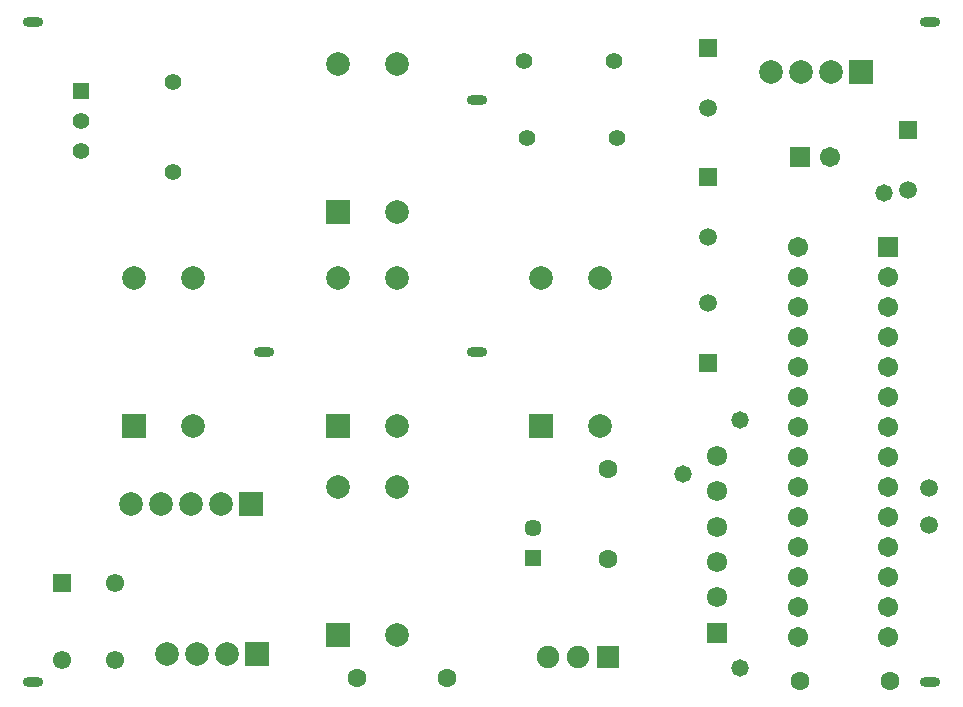
<source format=gbr>
%TF.GenerationSoftware,Altium Limited,Altium Designer,20.2.7 (254)*%
G04 Layer_Color=16711935*
%FSLAX26Y26*%
%MOIN*%
%TF.SameCoordinates,9B8E3E2B-FE8D-437B-BC4F-748A5F5A7EBC*%
%TF.FilePolarity,Negative*%
%TF.FileFunction,Soldermask,Bot*%
%TF.Part,Single*%
G01*
G75*
%TA.AperFunction,ComponentPad*%
%ADD15R,0.078740X0.078740*%
%ADD16C,0.078740*%
%ADD18R,0.057087X0.057087*%
%ADD19C,0.057087*%
%ADD31C,0.061024*%
%ADD32R,0.061024X0.061024*%
%ADD39C,0.078866*%
%ADD40R,0.078866X0.078866*%
%ADD41C,0.055244*%
%ADD42C,0.067843*%
%ADD43C,0.058000*%
%ADD44R,0.067843X0.067843*%
%ADD45C,0.059181*%
%ADD46R,0.059181X0.059181*%
%TA.AperFunction,ViaPad*%
%ADD47O,0.069024X0.031622*%
%TA.AperFunction,ComponentPad*%
%ADD48R,0.067055X0.067055*%
%ADD49C,0.067055*%
%ADD50C,0.059181*%
%ADD51C,0.063118*%
%ADD52R,0.055244X0.055244*%
%ADD53R,0.074929X0.074929*%
%ADD54C,0.074929*%
%TA.AperFunction,ViaPad*%
%ADD55C,0.058000*%
D15*
X1081574Y238938D02*
D03*
X401576Y933938D02*
D03*
X1081576D02*
D03*
Y1648938D02*
D03*
X1756576Y933936D02*
D03*
D16*
X1081574Y731064D02*
D03*
X1278426Y238938D02*
D03*
Y731064D02*
D03*
X598426Y1426064D02*
D03*
Y933938D02*
D03*
X401576Y1426064D02*
D03*
X1278426D02*
D03*
Y933938D02*
D03*
X1081576Y1426064D02*
D03*
X1278426Y2141064D02*
D03*
Y1648938D02*
D03*
X1081576Y2141064D02*
D03*
X1953426Y1426062D02*
D03*
Y933936D02*
D03*
X1756576Y1426062D02*
D03*
D18*
X1730000Y495000D02*
D03*
D19*
Y595000D02*
D03*
D31*
X337166Y155000D02*
D03*
X160000D02*
D03*
X337166Y410906D02*
D03*
D32*
X160000D02*
D03*
D39*
X2525000Y2115000D02*
D03*
X2625000D02*
D03*
X2725000D02*
D03*
X390000Y675000D02*
D03*
X690000D02*
D03*
X590000D02*
D03*
X490000D02*
D03*
X510000Y175000D02*
D03*
X610000D02*
D03*
X710000D02*
D03*
D40*
X2825000Y2115000D02*
D03*
X790000Y675000D02*
D03*
X810000Y175000D02*
D03*
D41*
X2010000Y1895000D02*
D03*
X1710000D02*
D03*
X530000Y1780000D02*
D03*
Y2080000D02*
D03*
X2000000Y2150000D02*
D03*
X1700000D02*
D03*
X225000Y1850000D02*
D03*
Y1950000D02*
D03*
D42*
X2345000Y598780D02*
D03*
Y362560D02*
D03*
Y480670D02*
D03*
Y716890D02*
D03*
Y835000D02*
D03*
D43*
X2422166Y126340D02*
D03*
Y953112D02*
D03*
D44*
X2345000Y244450D02*
D03*
D45*
X2980000Y1720000D02*
D03*
X2315000Y1995000D02*
D03*
Y1565000D02*
D03*
Y1345000D02*
D03*
D46*
X2980000Y1920000D02*
D03*
X2315000Y2195000D02*
D03*
Y1765000D02*
D03*
Y1145000D02*
D03*
D47*
X65000Y2282204D02*
D03*
Y80000D02*
D03*
X835000Y1180000D02*
D03*
X1545000D02*
D03*
Y2020000D02*
D03*
X3052796Y2280000D02*
D03*
X3055000Y80000D02*
D03*
D48*
X2915000Y1530000D02*
D03*
X2620000Y1830000D02*
D03*
D49*
X2915000Y1430000D02*
D03*
Y1330000D02*
D03*
Y1230000D02*
D03*
Y1130000D02*
D03*
Y1030000D02*
D03*
Y930000D02*
D03*
Y830000D02*
D03*
Y730000D02*
D03*
Y630000D02*
D03*
Y530000D02*
D03*
Y430000D02*
D03*
Y330000D02*
D03*
Y230000D02*
D03*
X2615000Y1530000D02*
D03*
Y1430000D02*
D03*
Y1330000D02*
D03*
Y1230000D02*
D03*
Y1130000D02*
D03*
Y1030000D02*
D03*
Y930000D02*
D03*
Y830000D02*
D03*
Y730000D02*
D03*
Y630000D02*
D03*
Y530000D02*
D03*
Y430000D02*
D03*
Y330000D02*
D03*
Y230000D02*
D03*
X2720000Y1830000D02*
D03*
D50*
X3050000Y603976D02*
D03*
Y726024D02*
D03*
D51*
X2620000Y85000D02*
D03*
X2920000D02*
D03*
X1445000Y95000D02*
D03*
X1980000Y790000D02*
D03*
Y490000D02*
D03*
X1145000Y95000D02*
D03*
D52*
X225000Y2050000D02*
D03*
D53*
X1980000Y165000D02*
D03*
D54*
X1880000D02*
D03*
X1780000D02*
D03*
D55*
X2229000Y775000D02*
D03*
X2899000Y1711000D02*
D03*
%TF.MD5,fc5e3e3cf982f1281d639c43cadfde21*%
M02*

</source>
